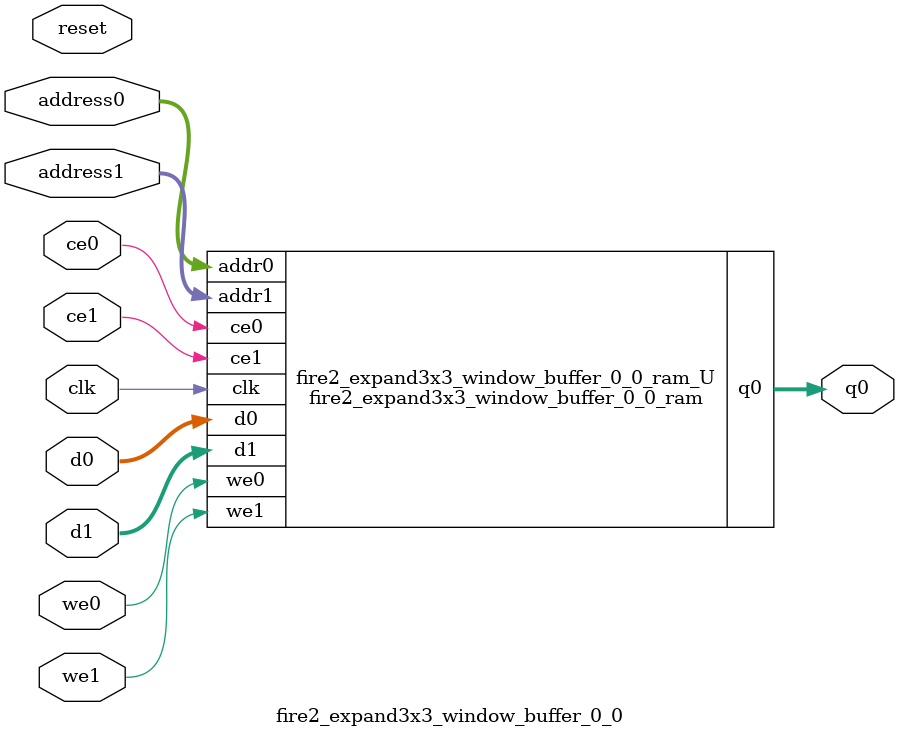
<source format=v>

`timescale 1 ns / 1 ps
module fire2_expand3x3_window_buffer_0_0_ram (addr0, ce0, d0, we0, q0, addr1, ce1, d1, we1,  clk);

parameter DWIDTH = 32;
parameter AWIDTH = 4;
parameter MEM_SIZE = 16;

input[AWIDTH-1:0] addr0;
input ce0;
input[DWIDTH-1:0] d0;
input we0;
output reg[DWIDTH-1:0] q0;
input[AWIDTH-1:0] addr1;
input ce1;
input[DWIDTH-1:0] d1;
input we1;
input clk;

(* ram_style = "block" *)reg [DWIDTH-1:0] ram[MEM_SIZE-1:0];




always @(posedge clk)  
begin 
    if (ce0) 
    begin
        if (we0) 
        begin 
            ram[addr0] <= d0; 
            q0 <= d0;
        end 
        else 
            q0 <= ram[addr0];
    end
end


always @(posedge clk)  
begin 
    if (ce1) 
    begin
        if (we1) 
        begin 
            ram[addr1] <= d1; 
        end 
    end
end


endmodule


`timescale 1 ns / 1 ps
module fire2_expand3x3_window_buffer_0_0(
    reset,
    clk,
    address0,
    ce0,
    we0,
    d0,
    q0,
    address1,
    ce1,
    we1,
    d1);

parameter DataWidth = 32'd32;
parameter AddressRange = 32'd16;
parameter AddressWidth = 32'd4;
input reset;
input clk;
input[AddressWidth - 1:0] address0;
input ce0;
input we0;
input[DataWidth - 1:0] d0;
output[DataWidth - 1:0] q0;
input[AddressWidth - 1:0] address1;
input ce1;
input we1;
input[DataWidth - 1:0] d1;



fire2_expand3x3_window_buffer_0_0_ram fire2_expand3x3_window_buffer_0_0_ram_U(
    .clk( clk ),
    .addr0( address0 ),
    .ce0( ce0 ),
    .d0( d0 ),
    .we0( we0 ),
    .q0( q0 ),
    .addr1( address1 ),
    .ce1( ce1 ),
    .d1( d1 ),
    .we1( we1 ));

endmodule


</source>
